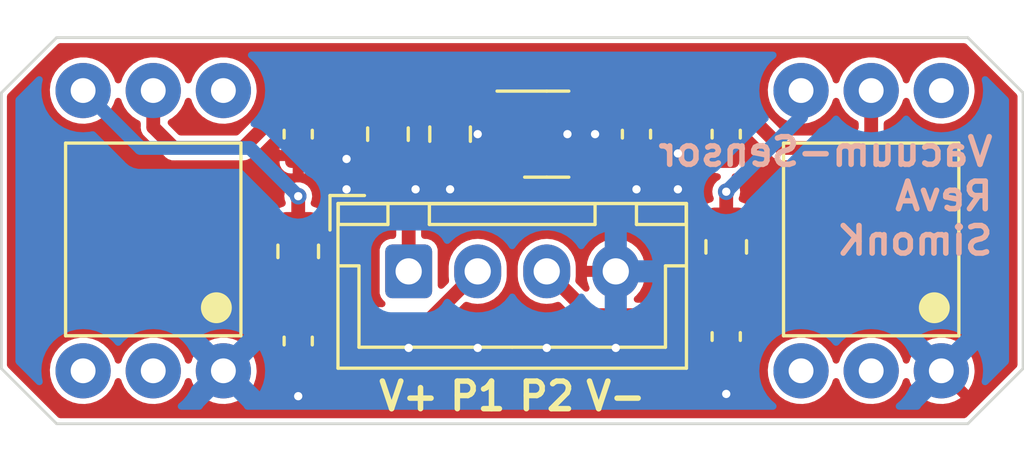
<source format=kicad_pcb>
(kicad_pcb (version 20211014) (generator pcbnew)
  (layers (0 "F.Cu" signal) (31 "B.Cu" signal) (34 "B.Paste" user) (35 "F.Paste" user) (36 "B.SilkS" user "B.Silkscreen") (37 "F.SilkS" user "F.Silkscreen") (38 "B.Mask" user) (39 "F.Mask" user) (44 "Edge.Cuts" user))
  (net 0 "")
  (net 1 "GND")
  (net 2 "Net-(C4-Pad1)")
  (net 3 "Net-(J1-Pad1)")
  (net 5 "Net-(C1-Pad1)")
  (net 6 "Net-(C5-Pad1)")
  (net 7 "Net-(C6-Pad1)")
  (net 8 "Net-(R2-Pad1)")
  (net 9 "Net-(R3-Pad1)")
  (footprint "Capacitor_SMD:C_0603_1608Metric" (layer "F.Cu") (at 125.25 86.5 -90)
    (fp_text reference "C2" hide)
    (fp_text value "100n")
    (fp_line (start -0.14058 -0.51) (end 0.14058 -0.51) (layer "F.SilkS") (width 0.12))
    (fp_line (start -0.14058 0.51) (end 0.14058 0.51) (layer "F.SilkS") (width 0.12))
    (pad "1" smd roundrect (at -0.775 0 270) (size 0.9 0.95) (layers "F.Cu" "F.Paste" "F.Mask") (net 5 "Net-(C1-Pad1)"))
    (pad "2" smd roundrect (at 0.775 0 270) (size 0.9 0.95) (layers "F.Cu" "F.Paste" "F.Mask") (net 1 "GND"))
  )
  (footprint "Package_TO_SOT_SMD:SOT-23-5" (layer "F.Cu") (at 134.25 86.5)
    (fp_text reference "U3" hide)
    (fp_text value "MIC5233-5.0YM5-TR")
    (fp_line (start 0 1.56) (end 0.8 1.56) (layer "F.SilkS") (width 0.12))
    (fp_line (start 0 1.56) (end -0.8 1.56) (layer "F.SilkS") (width 0.12))
    (fp_line (start 0 -1.56) (end 0.8 -1.56) (layer "F.SilkS") (width 0.12))
    (fp_line (start 0 -1.56) (end -1.8 -1.56) (layer "F.SilkS") (width 0.12))
    (pad "1" smd roundrect (at -1.1375 -0.95) (size 1.325 0.6) (layers "F.Cu" "F.Paste" "F.Mask") (net 2 "Net-(C4-Pad1)"))
    (pad "2" smd roundrect (at -1.1375 0) (size 1.325 0.6) (layers "F.Cu" "F.Paste" "F.Mask") (net 1 "GND"))
    (pad "3" smd roundrect (at -1.1375 0.95) (size 1.325 0.6) (layers "F.Cu" "F.Paste" "F.Mask") (net 2 "Net-(C4-Pad1)"))
    (pad "4" smd roundrect (at 1.1375 0.95) (size 1.325 0.6) (layers "F.Cu" "F.Paste" "F.Mask"))
    (pad "5" smd roundrect (at 1.1375 -0.95) (size 1.325 0.6) (layers "F.Cu" "F.Paste" "F.Mask") (net 5 "Net-(C1-Pad1)"))
  )
  (footprint "Capacitor_SMD:C_0805_2012Metric" (layer "F.Cu") (at 130.75 86.5 -90)
    (fp_text reference "C4" hide)
    (fp_text value "1uF/50V")
    (fp_line (start -0.261252 0.735) (end 0.261252 0.735) (layer "F.SilkS") (width 0.12))
    (fp_line (start -0.261252 -0.735) (end 0.261252 -0.735) (layer "F.SilkS") (width 0.12))
    (pad "1" smd roundrect (at -0.95 0 270) (size 1 1.45) (layers "F.Cu" "F.Paste" "F.Mask") (net 2 "Net-(C4-Pad1)"))
    (pad "2" smd roundrect (at 0.95 0 270) (size 1 1.45) (layers "F.Cu" "F.Paste" "F.Mask") (net 1 "GND"))
  )
  (footprint "Resistor_SMD:R_0805_2012Metric" (layer "F.Cu") (at 128.5 86.5 -90)
    (fp_text reference "R1" hide)
    (fp_text value "10R")
    (fp_line (start -0.227064 0.735) (end 0.227064 0.735) (layer "F.SilkS") (width 0.12))
    (fp_line (start -0.227064 -0.735) (end 0.227064 -0.735) (layer "F.SilkS") (width 0.12))
    (pad "1" smd roundrect (at -0.9125 0 270) (size 1.025 1.4) (layers "F.Cu" "F.Paste" "F.Mask") (roundrect_rratio 0.243902439) (net 2 "Net-(C4-Pad1)"))
    (pad "2" smd roundrect (at 0.9125 0 270) (size 1.025 1.4) (layers "F.Cu" "F.Paste" "F.Mask") (roundrect_rratio 0.243902439) (net 3 "Net-(J1-Pad1)"))
  )
  (footprint "Capacitor_SMD:C_0603_1608Metric" (layer "F.Cu") (at 137.5 86.5 -90)
    (fp_text reference "C3" hide)
    (fp_text value "4.7u/16V")
    (fp_line (start -0.14058 0.51) (end 0.14058 0.51) (layer "F.SilkS") (width 0.12))
    (fp_line (start -0.14058 -0.51) (end 0.14058 -0.51) (layer "F.SilkS") (width 0.12))
    (pad "1" smd roundrect (at -0.775 0 270) (size 0.9 0.95) (layers "F.Cu" "F.Paste" "F.Mask") (net 5 "Net-(C1-Pad1)"))
    (pad "2" smd roundrect (at 0.775 0 270) (size 0.9 0.95) (layers "F.Cu" "F.Paste" "F.Mask") (net 1 "GND"))
  )
  (footprint "Resistor_SMD:R_0805_2012Metric" (layer "F.Cu") (at 125.25 90.75 -90)
    (fp_text reference "R2" hide)
    (fp_text value "10R")
    (fp_line (start -0.227064 0.735) (end 0.227064 0.735) (layer "F.SilkS") (width 0.12))
    (fp_line (start -0.227064 -0.735) (end 0.227064 -0.735) (layer "F.SilkS") (width 0.12))
    (pad "1" smd roundrect (at -0.9125 0 270) (size 1.025 1.4) (layers "F.Cu" "F.Paste" "F.Mask") (roundrect_rratio 0.243902439) (net 8 "Net-(R2-Pad1)"))
    (pad "2" smd roundrect (at 0.9125 0 270) (size 1.025 1.4) (layers "F.Cu" "F.Paste" "F.Mask") (roundrect_rratio 0.243902439) (net 6 "Net-(C5-Pad1)"))
  )
  (footprint "Project:XGZP6857A" (layer "F.Cu") (at 120 90 -90)
    (fp_text reference "U1" hide)
    (fp_text value "XGZP6857A100KPGPN")
    (fp_line (start -3.175 -3.175) (end 3.81 -3.175) (layer "F.SilkS") (width 0.12))
    (fp_line (start -3.175 3.175) (end -3.175 -3.175) (layer "F.SilkS") (width 0.12))
    (fp_line (start 3.81 -3.175) (end 3.81 3.175) (layer "F.SilkS") (width 0.12))
    (fp_line (start 3.81 3.175) (end -3.175 3.175) (layer "F.SilkS") (width 0.12))
    (fp_circle (center 2.794 -2.286) (end 3.294 -2.286) (layer "F.SilkS") (width 0.12) (fill solid))
    (pad "1" thru_hole circle (at 5.08 -2.54 270) (size 2 2) (drill 0.9) (layers *.Cu *.Mask) (net 1 "GND"))
    (pad "2" thru_hole circle (at 5.08 0 270) (size 2 2) (drill 0.9) (layers *.Cu *.Mask))
    (pad "3" thru_hole circle (at 5.08 2.54 270) (size 2 2) (drill 0.9) (layers *.Cu *.Mask))
    (pad "4" thru_hole circle (at -5.08 2.54 270) (size 2 2) (drill 0.9) (layers *.Cu *.Mask) (net 8 "Net-(R2-Pad1)"))
    (pad "5" thru_hole circle (at -5.08 0 270) (size 2 2) (drill 0.9) (layers *.Cu *.Mask) (net 5 "Net-(C1-Pad1)"))
    (pad "6" thru_hole circle (at -5.08 -2.54 270) (size 2 2) (drill 0.9) (layers *.Cu *.Mask))
  )
  (footprint "Capacitor_SMD:C_0603_1608Metric" (layer "F.Cu") (at 125.25 94 -90)
    (fp_text reference "C5" hide)
    (fp_text value "1n")
    (fp_line (start -0.14058 -0.51) (end 0.14058 -0.51) (layer "F.SilkS") (width 0.12))
    (fp_line (start -0.14058 0.51) (end 0.14058 0.51) (layer "F.SilkS") (width 0.12))
    (pad "1" smd roundrect (at -0.775 0 270) (size 0.9 0.95) (layers "F.Cu" "F.Paste" "F.Mask") (net 6 "Net-(C5-Pad1)"))
    (pad "2" smd roundrect (at 0.775 0 270) (size 0.9 0.95) (layers "F.Cu" "F.Paste" "F.Mask") (net 1 "GND"))
  )
  (footprint "Connector_JST:JST_XH_B4B-XH-A_1x04_P2.50mm_Vertical" (layer "F.Cu") (at 129.25 91.475)
    (fp_text reference "J1" hide)
    (fp_text value "Conn_01x04")
    (fp_line (start -0.75 -2.45) (end -2.55 -2.45) (layer "F.SilkS") (width 0.12))
    (fp_line (start -2.55 -2.45) (end -2.55 -1.7) (layer "F.SilkS") (width 0.12))
    (fp_line (start -2.55 -1.7) (end -0.75 -1.7) (layer "F.SilkS") (width 0.12))
    (fp_line (start 9.3 -0.2) (end 9.3 2.75) (layer "F.SilkS") (width 0.12))
    (fp_line (start 0.75 -2.45) (end 0.75 -1.7) (layer "F.SilkS") (width 0.12))
    (fp_line (start 10.06 3.51) (end 10.06 -2.46) (layer "F.SilkS") (width 0.12))
    (fp_line (start -2.56 3.51) (end 10.06 3.51) (layer "F.SilkS") (width 0.12))
    (fp_line (start -2.85 -2.75) (end -2.85 -1.5) (layer "F.SilkS") (width 0.12))
    (fp_line (start -1.8 2.75) (end 3.75 2.75) (layer "F.SilkS") (width 0.12))
    (fp_line (start 9.3 2.75) (end 3.75 2.75) (layer "F.SilkS") (width 0.12))
    (fp_line (start 10.06 -2.46) (end -2.56 -2.46) (layer "F.SilkS") (width 0.12))
    (fp_line (start -1.6 -2.75) (end -2.85 -2.75) (layer "F.SilkS") (width 0.12))
    (fp_line (start 0.75 -1.7) (end 6.75 -1.7) (layer "F.SilkS") (width 0.12))
    (fp_line (start -2.55 -0.2) (end -1.8 -0.2) (layer "F.SilkS") (width 0.12))
    (fp_line (start 8.25 -2.45) (end 8.25 -1.7) (layer "F.SilkS") (width 0.12))
    (fp_line (start 6.75 -2.45) (end 0.75 -2.45) (layer "F.SilkS") (width 0.12))
    (fp_line (start -2.56 -2.46) (end -2.56 3.51) (layer "F.SilkS") (width 0.12))
    (fp_line (start 10.05 -2.45) (end 8.25 -2.45) (layer "F.SilkS") (width 0.12))
    (fp_line (start 10.05 -0.2) (end 9.3 -0.2) (layer "F.SilkS") (width 0.12))
    (fp_line (start 8.25 -1.7) (end 10.05 -1.7) (layer "F.SilkS") (width 0.12))
    (fp_line (start -1.8 -0.2) (end -1.8 2.75) (layer "F.SilkS") (width 0.12))
    (fp_line (start 10.05 -1.7) (end 10.05 -2.45) (layer "F.SilkS") (width 0.12))
    (fp_line (start -0.75 -1.7) (end -0.75 -2.45) (layer "F.SilkS") (width 0.12))
    (fp_line (start 6.75 -1.7) (end 6.75 -2.45) (layer "F.SilkS") (width 0.12))
    (pad "1" thru_hole roundrect (at 0 0) (size 1.7 1.95) (drill 0.95) (layers *.Cu *.Mask) (roundrect_rratio 0.1470588235) (net 3 "Net-(J1-Pad1)"))
    (pad "2" thru_hole oval (at 2.5 0) (size 1.7 1.95) (drill 0.95) (layers *.Cu *.Mask) (net 6 "Net-(C5-Pad1)"))
    (pad "3" thru_hole oval (at 5 0) (size 1.7 1.95) (drill 0.95) (layers *.Cu *.Mask) (net 7 "Net-(C6-Pad1)"))
    (pad "4" thru_hole oval (at 7.5 0) (size 1.7 1.95) (drill 0.95) (layers *.Cu *.Mask) (net 1 "GND"))
  )
  (footprint "Capacitor_SMD:C_0603_1608Metric" (layer "F.Cu") (at 140.75 86.5 -90)
    (fp_text reference "C1" hide)
    (fp_text value "100n")
    (fp_line (start -0.14058 0.51) (end 0.14058 0.51) (layer "F.SilkS") (width 0.12))
    (fp_line (start -0.14058 -0.51) (end 0.14058 -0.51) (layer "F.SilkS") (width 0.12))
    (pad "1" smd roundrect (at -0.775 0 270) (size 0.9 0.95) (layers "F.Cu" "F.Paste" "F.Mask") (net 5 "Net-(C1-Pad1)"))
    (pad "2" smd roundrect (at 0.775 0 270) (size 0.9 0.95) (layers "F.Cu" "F.Paste" "F.Mask") (net 1 "GND"))
  )
  (footprint "Project:XGZP6857A" (layer "F.Cu") (at 146 90 -90)
    (fp_text reference "U2" hide)
    (fp_text value "XGZP6857A100KPGPN")
    (fp_line (start -3.175 -3.175) (end 3.81 -3.175) (layer "F.SilkS") (width 0.12))
    (fp_line (start -3.175 3.175) (end -3.175 -3.175) (layer "F.SilkS") (width 0.12))
    (fp_line (start 3.81 3.175) (end -3.175 3.175) (layer "F.SilkS") (width 0.12))
    (fp_line (start 3.81 -3.175) (end 3.81 3.175) (layer "F.SilkS") (width 0.12))
    (fp_circle (center 2.794 -2.286) (end 3.294 -2.286) (layer "F.SilkS") (width 0.12) (fill solid))
    (pad "1" thru_hole circle (at 5.08 -2.54 270) (size 2 2) (drill 0.9) (layers *.Cu *.Mask) (net 1 "GND"))
    (pad "2" thru_hole circle (at 5.08 0 270) (size 2 2) (drill 0.9) (layers *.Cu *.Mask))
    (pad "3" thru_hole circle (at 5.08 2.54 270) (size 2 2) (drill 0.9) (layers *.Cu *.Mask))
    (pad "4" thru_hole circle (at -5.08 2.54 270) (size 2 2) (drill 0.9) (layers *.Cu *.Mask) (net 9 "Net-(R3-Pad1)"))
    (pad "5" thru_hole circle (at -5.08 0 270) (size 2 2) (drill 0.9) (layers *.Cu *.Mask) (net 5 "Net-(C1-Pad1)"))
    (pad "6" thru_hole circle (at -5.08 -2.54 270) (size 2 2) (drill 0.9) (layers *.Cu *.Mask))
  )
  (footprint "Capacitor_SMD:C_0603_1608Metric" (layer "F.Cu") (at 140.75 93.8375 -90)
    (fp_text reference "C6" hide)
    (fp_text value "1n")
    (fp_line (start -0.14058 0.51) (end 0.14058 0.51) (layer "F.SilkS") (width 0.12))
    (fp_line (start -0.14058 -0.51) (end 0.14058 -0.51) (layer "F.SilkS") (width 0.12))
    (pad "1" smd roundrect (at -0.775 0 270) (size 0.9 0.95) (layers "F.Cu" "F.Paste" "F.Mask") (net 7 "Net-(C6-Pad1)"))
    (pad "2" smd roundrect (at 0.775 0 270) (size 0.9 0.95) (layers "F.Cu" "F.Paste" "F.Mask") (net 1 "GND"))
  )
  (footprint "Resistor_SMD:R_0805_2012Metric" (layer "F.Cu") (at 140.75 90.5875 -90)
    (fp_text reference "R3" hide)
    (fp_text value "10R")
    (fp_line (start -0.227064 -0.735) (end 0.227064 -0.735) (layer "F.SilkS") (width 0.12))
    (fp_line (start -0.227064 0.735) (end 0.227064 0.735) (layer "F.SilkS") (width 0.12))
    (pad "1" smd roundrect (at -0.9125 0 270) (size 1.025 1.4) (layers "F.Cu" "F.Paste" "F.Mask") (roundrect_rratio 0.243902439) (net 9 "Net-(R3-Pad1)"))
    (pad "2" smd roundrect (at 0.9125 0 270) (size 1.025 1.4) (layers "F.Cu" "F.Paste" "F.Mask") (roundrect_rratio 0.243902439) (net 7 "Net-(C6-Pad1)"))
  )
  (gr_line (start 149.5 97) (end 151.5 95) (layer "Edge.Cuts") (width 0.1))
  (gr_line (start 114.5 95) (end 114.5 85) (layer "Edge.Cuts") (width 0.1))
  (gr_line (start 149.5 83) (end 151.5 85) (layer "Edge.Cuts") (width 0.1))
  (gr_line (start 114.5 85) (end 116.5 83) (layer "Edge.Cuts") (width 0.1))
  (gr_line (start 116.5 83) (end 149.5 83) (layer "Edge.Cuts") (width 0.1))
  (gr_line (start 151.5 85) (end 151.5 95) (layer "Edge.Cuts") (width 0.1))
  (gr_line (start 114.5 95) (end 116.5 97) (layer "Edge.Cuts") (width 0.1))
  (gr_line (start 149.5 97) (end 116.5 97) (layer "Edge.Cuts") (width 0.1))
  (gr_text "Vacuum-Sensor\nRevA\nSimonK" (at 150.5 88.75) (layer "B.SilkS") (effects (font (size 1 1) (thickness 0.2)) (justify left mirror)))
  (gr_text "P1" (at 131.75 96) (layer "F.SilkS") (effects (font (size 1 1) (thickness 0.2))))
  (gr_text "V-" (at 136.75 96) (layer "F.SilkS") (effects (font (size 1 1) (thickness 0.2))))
  (gr_text "V+" (at 129.25 96) (layer "F.SilkS") (effects (font (size 1 1) (thickness 0.2))))
  (gr_text "P2" (at 134.25 96) (layer "F.SilkS") (effects (font (size 1 1) (thickness 0.2))))
  (via (at 139 88.5) (size 0.6) (drill 0.3) (layers "F.Cu" "B.Cu") (net 1))
  (via (at 134.25 94.25) (size 0.6) (drill 0.3) (layers "F.Cu" "B.Cu") (net 1))
  (via (at 136.75 94.25) (size 0.6) (drill 0.3) (layers "F.Cu" "B.Cu") (net 1))
  (via (at 131.75 94.25) (size 0.6) (drill 0.3) (layers "F.Cu" "B.Cu") (net 1))
  (via (at 135 86.5) (size 0.6) (drill 0.3) (layers "F.Cu" "B.Cu") (net 1))
  (via (at 140.75 95.91875) (size 0.6) (drill 0.3) (layers "F.Cu" "B.Cu") (net 1))
  (via (at 136 86.5) (size 0.6) (drill 0.3) (layers "F.Cu" "B.Cu") (net 1))
  (via (at 130.75 88.5) (size 0.6) (drill 0.3) (layers "F.Cu" "B.Cu") (net 1))
  (via (at 129.25 94.25) (size 0.6) (drill 0.3) (layers "F.Cu" "B.Cu") (net 1))
  (via (at 129.5 88.5) (size 0.6) (drill 0.3) (layers "F.Cu" "B.Cu") (net 1))
  (via (at 131.75 86.5) (size 0.6) (drill 0.3) (layers "F.Cu" "B.Cu") (net 1))
  (via (at 137.5 88.5) (size 0.6) (drill 0.3) (layers "F.Cu" "B.Cu") (net 1))
  (via (at 127 88.5) (size 0.6) (drill 0.3) (layers "F.Cu" "B.Cu") (net 1))
  (via (at 125.25 96) (size 0.6) (drill 0.3) (layers "F.Cu" "B.Cu") (net 1))
  (via (at 127 87.4) (size 0.6) (drill 0.3) (layers "F.Cu" "B.Cu") (net 1))
  (via (at 139 87.2) (size 0.6) (drill 0.3) (layers "F.Cu" "B.Cu") (net 1))
  (segment (start 134.05 87.45) (end 134.25 87.25) (width 0.3) (layer "F.Cu") (net 2))
  (segment (start 134.05 85.55) (end 133.1125 85.55) (width 0.3) (layer "F.Cu") (net 2))
  (segment (start 134.25 85.75) (end 134.05 85.55) (width 0.3) (layer "F.Cu") (net 2))
  (segment (start 133.1125 87.45) (end 134.05 87.45) (width 0.3) (layer "F.Cu") (net 2))
  (segment (start 128.5375 85.55) (end 128.5 85.5875) (width 0.5) (layer "F.Cu") (net 2))
  (segment (start 134.25 87.25) (end 134.25 85.75) (width 0.3) (layer "F.Cu") (net 2))
  (segment (start 133.1125 85.55) (end 128.5375 85.55) (width 0.5) (layer "F.Cu") (net 2))
  (segment (start 128.5 88.75) (end 129.25 89.5) (width 0.5) (layer "F.Cu") (net 3))
  (segment (start 128.5 87.4125) (end 128.5 88.75) (width 0.5) (layer "F.Cu") (net 3))
  (segment (start 129.25 89.5) (end 129.25 91.975) (width 0.5) (layer "F.Cu") (net 3))
  (segment (start 125.25 85.725) (end 125.25 84.625) (width 0.5) (layer "F.Cu") (net 5))
  (segment (start 125.5 85.725) (end 124.525 85.725) (width 0.5) (layer "F.Cu") (net 5))
  (segment (start 135.3875 85.55) (end 136.3 85.55) (width 0.5) (layer "F.Cu") (net 5))
  (segment (start 123.25 87) (end 120.75 87) (width 0.5) (layer "F.Cu") (net 5))
  (segment (start 120 86.25) (end 120 84.92) (width 0.5) (layer "F.Cu") (net 5))
  (segment (start 125.25 84.625) (end 125.875 84) (width 0.5) (layer "F.Cu") (net 5))
  (segment (start 136.3 85.55) (end 136.5 85.75) (width 0.5) (layer "F.Cu") (net 5))
  (segment (start 137.475 85.75) (end 137.5 85.725) (width 0.5) (layer "F.Cu") (net 5))
  (segment (start 137.5 84.5) (end 137.5 85.725) (width 0.5) (layer "F.Cu") (net 5))
  (segment (start 125.875 84) (end 137 84) (width 0.5) (layer "F.Cu") (net 5))
  (segment (start 120.75 87) (end 120 86.25) (width 0.5) (layer "F.Cu") (net 5))
  (segment (start 124.525 85.725) (end 123.25 87) (width 0.5) (layer "F.Cu") (net 5))
  (segment (start 146 86.5) (end 146 84.92) (width 0.5) (layer "F.Cu") (net 5))
  (segment (start 137.5 85.725) (end 141.475 85.725) (width 0.5) (layer "F.Cu") (net 5))
  (segment (start 136.5 85.75) (end 137.475 85.75) (width 0.5) (layer "F.Cu") (net 5))
  (segment (start 142.75 87) (end 145.5 87) (width 0.5) (layer "F.Cu") (net 5))
  (segment (start 145.5 87) (end 146 86.5) (width 0.5) (layer "F.Cu") (net 5))
  (segment (start 141.475 85.725) (end 142.75 87) (width 0.5) (layer "F.Cu") (net 5))
  (segment (start 137 84) (end 137.5 84.5) (width 0.5) (layer "F.Cu") (net 5))
  (segment (start 130 93.225) (end 131.75 91.475) (width 0.5) (layer "F.Cu") (net 6))
  (segment (start 125.25 92.1625) (end 125.25 93) (width 0.5) (layer "F.Cu") (net 6))
  (segment (start 125.25 92.975) (end 125.5 93.225) (width 0.5) (layer "F.Cu") (net 6))
  (segment (start 125.25 93) (end 125.5 93.25) (width 0.5) (layer "F.Cu") (net 6))
  (segment (start 125.5 93.225) (end 130 93.225) (width 0.5) (layer "F.Cu") (net 6))
  (segment (start 140.58125 93.0625) (end 135.8375 93.0625) (width 0.5) (layer "F.Cu") (net 7))
  (segment (start 140.75 92.8375) (end 140.525 93.0625) (width 0.5) (layer "F.Cu") (net 7))
  (segment (start 140.75 93.0625) (end 140.74423 93.06827) (width 0.5) (layer "F.Cu") (net 7))
  (segment (start 140.74423 92.89952) (end 140.58125 93.0625) (width 0.5) (layer "F.Cu") (net 7))
  (segment (start 140.75 92) (end 140.75 92.8375) (width 0.5) (layer "F.Cu") (net 7))
  (segment (start 135.8375 93.0625) (end 134.25 91.475) (width 0.5) (layer "F.Cu") (net 7))
  (segment (start 125.25 89.8375) (end 125.25 88.75) (width 0.5) (layer "F.Cu") (net 8))
  (via (at 125.25 88.75) (size 0.6) (drill 0.3) (layers "F.Cu" "B.Cu") (net 8))
  (segment (start 119.54 87) (end 117.46 84.92) (width 0.5) (layer "B.Cu") (net 8))
  (segment (start 125.25 88.75) (end 123.5 87) (width 0.5) (layer "B.Cu") (net 8))
  (segment (start 123.5 87) (end 119.54 87) (width 0.5) (layer "B.Cu") (net 8))
  (segment (start 140.75 89.675) (end 140.75 88.5875) (width 0.5) (layer "F.Cu") (net 9))
  (via (at 140.75 88.5875) (size 0.6) (drill 0.3) (layers "F.Cu" "B.Cu") (net 9))
  (segment (start 143.46 85.8775) (end 143.46 84.92) (width 0.5) (layer "B.Cu") (net 9))
  (segment (start 140.75 88.5875) (end 143.46 85.8775) (width 0.5) (layer "B.Cu") (net 9))
  (zone (net 1) (net_name "GND") (layer "F.Cu") (connect_pads (clearance 0.2)) (min_thickness 0.254) (fill yes (thermal_gap 0.2) (thermal_bridge_width 0.4))
    (polygon (pts (xy 151.5 97) (xy 114.5 97) (xy 114.5 83) (xy 151.5 83)))
  )
  (zone (net 1) (net_name "GND") (layer "B.Cu") (connect_pads (clearance 0.508)) (min_thickness 0.254) (fill yes (thermal_gap 0.508) (thermal_bridge_width 0.8))
    (polygon (pts (xy 151.5 97) (xy 114.5 97) (xy 114.5 83) (xy 151.5 83)))
  )
)
</source>
